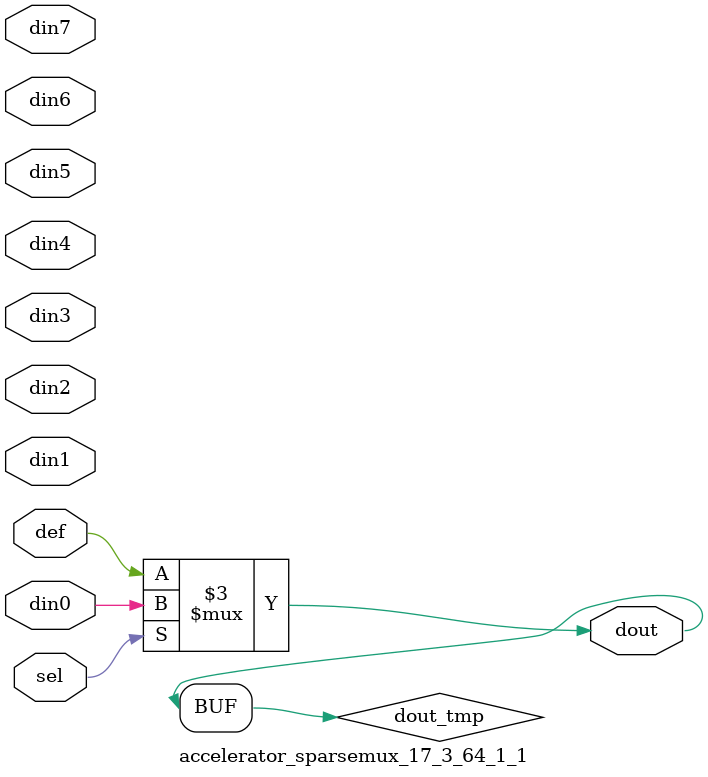
<source format=v>
`timescale 1ns / 1ps

module accelerator_sparsemux_17_3_64_1_1 (din0,din1,din2,din3,din4,din5,din6,din7,def,sel,dout);

parameter din0_WIDTH = 1;

parameter din1_WIDTH = 1;

parameter din2_WIDTH = 1;

parameter din3_WIDTH = 1;

parameter din4_WIDTH = 1;

parameter din5_WIDTH = 1;

parameter din6_WIDTH = 1;

parameter din7_WIDTH = 1;

parameter def_WIDTH = 1;
parameter sel_WIDTH = 1;
parameter dout_WIDTH = 1;

parameter [sel_WIDTH-1:0] CASE0 = 1;

parameter [sel_WIDTH-1:0] CASE1 = 1;

parameter [sel_WIDTH-1:0] CASE2 = 1;

parameter [sel_WIDTH-1:0] CASE3 = 1;

parameter [sel_WIDTH-1:0] CASE4 = 1;

parameter [sel_WIDTH-1:0] CASE5 = 1;

parameter [sel_WIDTH-1:0] CASE6 = 1;

parameter [sel_WIDTH-1:0] CASE7 = 1;

parameter ID = 1;
parameter NUM_STAGE = 1;



input [din0_WIDTH-1:0] din0;

input [din1_WIDTH-1:0] din1;

input [din2_WIDTH-1:0] din2;

input [din3_WIDTH-1:0] din3;

input [din4_WIDTH-1:0] din4;

input [din5_WIDTH-1:0] din5;

input [din6_WIDTH-1:0] din6;

input [din7_WIDTH-1:0] din7;

input [def_WIDTH-1:0] def;
input [sel_WIDTH-1:0] sel;

output [dout_WIDTH-1:0] dout;



reg [dout_WIDTH-1:0] dout_tmp;


always @ (*) begin
(* parallel_case *) case (sel)
    
    CASE0 : dout_tmp = din0;
    
    CASE1 : dout_tmp = din1;
    
    CASE2 : dout_tmp = din2;
    
    CASE3 : dout_tmp = din3;
    
    CASE4 : dout_tmp = din4;
    
    CASE5 : dout_tmp = din5;
    
    CASE6 : dout_tmp = din6;
    
    CASE7 : dout_tmp = din7;
    
    default : dout_tmp = def;
endcase
end


assign dout = dout_tmp;



endmodule

</source>
